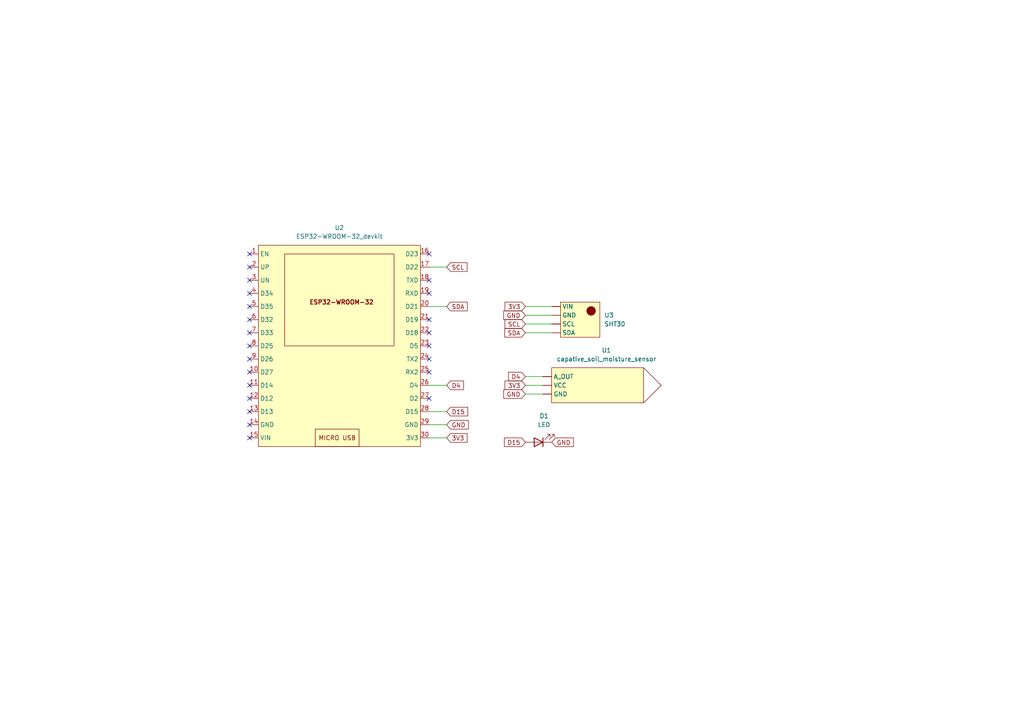
<source format=kicad_sch>
(kicad_sch (version 20211123) (generator eeschema)
  (paper "A4")
  (lib_symbols
    (symbol "Device:LED" (pin_numbers hide) (pin_names (offset 1.016) hide)
      (property "Reference" "D" (at 0 2.54 0))
      (property "Value" "LED" (at 0 -2.54 0))
      (symbol "LED_0_1"
        (polyline (pts (xy -1.27 -1.27) (xy -1.27 1.27)) (stroke (width 0.254)))
        (polyline (pts (xy -1.27 0) (xy 1.27 0)))
        (polyline (pts (xy 1.27 -1.27) (xy 1.27 1.27) (xy -1.27 0) (xy 1.27 -1.27)) (stroke (width 0.254)))
        (polyline (pts (xy -3.048 -0.762) (xy -4.572 -2.286) (xy -3.81 -2.286) (xy -4.572 -2.286) (xy -4.572 -1.524)))
        (polyline (pts (xy -1.778 -0.762) (xy -3.302 -2.286) (xy -2.54 -2.286) (xy -3.302 -2.286) (xy -3.302 -1.524)))
      )
      (symbol "LED_1_1"
        (pin passive line (at -3.81 0 0) (length 2.54) (name "K") (number "1"))
        (pin passive line (at 3.81 0 180) (length 2.54) (name "A") (number "2"))
      )
    )
    (symbol "my_symbol_lib:ESP32-WROOM-32_devkit"
      (property "Reference" "U" (at 0 0 0))
      (property "Value" "ESP32-WROOM-32_devkit" (at 0 -2.54 0))
      (symbol "ESP32-WROOM-32_devkit_0_0"
        (rectangle (start -15.24 125.73) (end 16.51 99.06))
        (text "ESP32-WROOM-32" (at 1.27 111.76 0) (effects (font (size 1.27 1.27) bold)))
        (text "MICRO USB" (at 0 72.39 0) (effects (font (size 1.27 1.27))))
      )
      (symbol "ESP32-WROOM-32_devkit_0_1"
        (rectangle (start -22.86 128.27) (end 24.13 69.85) (fill (type background)))
        (rectangle (start -6.35 74.93) (end 6.35 69.85))
      )
      (symbol "ESP32-WROOM-32_devkit_1_1"
        (pin input line (at -25.4 125.73 0) (length 2.54) (name "EN") (number "1"))
        (pin input line (at -25.4 91.44 0) (length 2.54) (name "D27") (number "10"))
        (pin input line (at -25.4 87.63 0) (length 2.54) (name "D14") (number "11"))
        (pin input line (at -25.4 83.82 0) (length 2.54) (name "D12") (number "12"))
        (pin input line (at -25.4 80.01 0) (length 2.54) (name "D13") (number "13"))
        (pin input line (at -25.4 76.2 0) (length 2.54) (name "GND") (number "14"))
        (pin input line (at -25.4 72.39 0) (length 2.54) (name "VIN") (number "15"))
        (pin input line (at 26.67 125.73 180) (length 2.54) (name "D23") (number "16"))
        (pin input line (at 26.67 121.92 180) (length 2.54) (name "D22") (number "17"))
        (pin input line (at 26.67 118.11 180) (length 2.54) (name "TXD") (number "18"))
        (pin input line (at 26.67 114.3 180) (length 2.54) (name "RXD") (number "19"))
        (pin input line (at -25.4 121.92 0) (length 2.54) (name "UP") (number "2"))
        (pin input line (at 26.67 110.49 180) (length 2.54) (name "D21") (number "20"))
        (pin input line (at 26.67 106.68 180) (length 2.54) (name "D19") (number "21"))
        (pin input line (at 26.67 102.87 180) (length 2.54) (name "D18") (number "22"))
        (pin input line (at 26.67 99.06 180) (length 2.54) (name "D5") (number "23"))
        (pin input line (at 26.67 95.25 180) (length 2.54) (name "TX2") (number "24"))
        (pin input line (at 26.67 91.44 180) (length 2.54) (name "RX2") (number "25"))
        (pin input line (at 26.67 87.63 180) (length 2.54) (name "D4") (number "26"))
        (pin input line (at 26.67 83.82 180) (length 2.54) (name "D2") (number "27"))
        (pin input line (at 26.67 80.01 180) (length 2.54) (name "D15") (number "28"))
        (pin input line (at 26.67 76.2 180) (length 2.54) (name "GND") (number "29"))
        (pin input line (at -25.4 118.11 0) (length 2.54) (name "UN") (number "3"))
        (pin input line (at 26.67 72.39 180) (length 2.54) (name "3V3") (number "30"))
        (pin input line (at -25.4 114.3 0) (length 2.54) (name "D34") (number "4"))
        (pin input line (at -25.4 110.49 0) (length 2.54) (name "D35") (number "5"))
        (pin input line (at -25.4 106.68 0) (length 2.54) (name "D32") (number "6"))
        (pin input line (at -25.4 102.87 0) (length 2.54) (name "D33") (number "7"))
        (pin input line (at -25.4 99.06 0) (length 2.54) (name "D25") (number "8"))
        (pin input line (at -25.4 95.25 0) (length 2.54) (name "D26") (number "9"))
      )
    )
    (symbol "my_symbol_lib:SHT30"
      (property "Reference" "U" (at 0 0 0))
      (property "Value" "SHT30" (at 0 0 0))
      (symbol "SHT30_0_1"
        (rectangle (start -3.81 12.7) (end 7.62 2.54) (fill (type background)))
        (circle (center 5.08 10.16) (radius 1.27) (fill (type outline)))
      )
      (symbol "SHT30_1_1"
        (pin output line (at -6.35 8.89 0) (length 2.54) (name "GND") (number ""))
        (pin output line (at -6.35 6.35 0) (length 2.54) (name "SCL") (number ""))
        (pin output line (at -6.35 3.81 0) (length 2.54) (name "SDA") (number ""))
        (pin output line (at -6.35 11.43 0) (length 2.54) (name "VIN") (number ""))
      )
    )
    (symbol "my_symbol_lib:capative_soil_moisture_sensor"
      (property "Reference" "U" (at 13.97 2.54 0))
      (property "Value" "capative_soil_moisture_sensor" (at 13.97 5.08 0))
      (symbol "capative_soil_moisture_sensor_0_1"
        (polyline (pts (xy 26.67 6.35) (xy 31.75 11.43)) (fill (type background)))
        (polyline (pts (xy 31.75 11.43) (xy 26.67 16.51)) (fill (type background)))
        (rectangle (start 0 16.51) (end 26.67 6.35) (fill (type background)))
      )
      (symbol "capative_soil_moisture_sensor_1_1"
        (pin output line (at -2.54 13.97 0) (length 2.54) (name "A_OUT") (number ""))
        (pin input line (at -2.54 8.89 0) (length 2.54) (name "GND") (number ""))
        (pin input line (at -2.54 11.43 0) (length 2.54) (name "VCC") (number ""))
      )
    )
  )
  (no_connect (at 124.46 115.57))
  (no_connect (at 124.46 107.95))
  (no_connect (at 124.46 104.14))
  (no_connect (at 124.46 100.33))
  (no_connect (at 124.46 96.52))
  (no_connect (at 72.39 127))
  (no_connect (at 72.39 77.47))
  (no_connect (at 72.39 81.28))
  (no_connect (at 72.39 73.66))
  (no_connect (at 72.39 100.33))
  (no_connect (at 72.39 92.71))
  (no_connect (at 72.39 85.09))
  (no_connect (at 72.39 96.52))
  (no_connect (at 72.39 88.9))
  (no_connect (at 72.39 123.19))
  (no_connect (at 72.39 107.95))
  (no_connect (at 72.39 104.14))
  (no_connect (at 72.39 111.76))
  (no_connect (at 72.39 115.57))
  (no_connect (at 72.39 119.38))
  (no_connect (at 124.46 81.28))
  (no_connect (at 124.46 85.09))
  (no_connect (at 124.46 73.66))
  (no_connect (at 124.46 92.71))
  (wire (pts (xy 152.4 88.9) (xy 160.02 88.9)))
  (wire (pts (xy 152.4 114.3) (xy 157.48 114.3)))
  (wire (pts (xy 124.46 77.47) (xy 129.54 77.47)))
  (wire (pts (xy 124.46 123.19) (xy 129.54 123.19)))
  (wire (pts (xy 152.4 96.52) (xy 160.02 96.52)))
  (wire (pts (xy 152.4 91.44) (xy 160.02 91.44)))
  (wire (pts (xy 152.4 111.76) (xy 157.48 111.76)))
  (wire (pts (xy 152.4 109.22) (xy 157.48 109.22)))
  (wire (pts (xy 124.46 127) (xy 129.54 127)))
  (wire (pts (xy 152.4 93.98) (xy 160.02 93.98)))
  (wire (pts (xy 124.46 119.38) (xy 129.54 119.38)))
  (wire (pts (xy 124.46 88.9) (xy 129.54 88.9)))
  (wire (pts (xy 124.46 111.76) (xy 129.54 111.76)))
  (global_label "GND" (shape input) (at 152.4 91.44 180) (property "Intersheet References" "${INTERSHEET_REFS}" (effects hide)))
  (global_label "D4" (shape input) (at 129.54 111.76 0) (property "Intersheet References" "${INTERSHEET_REFS}" (effects hide)))
  (global_label "SCL" (shape input) (at 129.54 77.47 0) (property "Intersheet References" "${INTERSHEET_REFS}" (effects hide)))
  (global_label "D15" (shape input) (at 152.4 128.27 180) (property "Intersheet References" "${INTERSHEET_REFS}" (effects hide)))
  (global_label "3V3" (shape input) (at 129.54 127 0) (property "Intersheet References" "${INTERSHEET_REFS}" (effects hide)))
  (global_label "GND" (shape input) (at 129.54 123.19 0) (property "Intersheet References" "${INTERSHEET_REFS}" (effects hide)))
  (global_label "GND" (shape input) (at 152.4 114.3 180) (property "Intersheet References" "${INTERSHEET_REFS}" (effects hide)))
  (global_label "GND" (shape input) (at 160.02 128.27 0) (property "Intersheet References" "${INTERSHEET_REFS}" (effects hide)))
  (global_label "3V3" (shape input) (at 152.4 111.76 180) (property "Intersheet References" "${INTERSHEET_REFS}" (effects hide)))
  (global_label "SCL" (shape input) (at 152.4 93.98 180) (property "Intersheet References" "${INTERSHEET_REFS}" (effects hide)))
  (global_label "SDA" (shape input) (at 129.54 88.9 0) (property "Intersheet References" "${INTERSHEET_REFS}" (effects hide)))
  (global_label "3V3" (shape input) (at 152.4 88.9 180) (property "Intersheet References" "${INTERSHEET_REFS}" (effects hide)))
  (global_label "D15" (shape input) (at 129.54 119.38 0) (property "Intersheet References" "${INTERSHEET_REFS}" (effects hide)))
  (global_label "SDA" (shape input) (at 152.4 96.52 180) (property "Intersheet References" "${INTERSHEET_REFS}" (effects hide)))
  (global_label "D4" (shape input) (at 152.4 109.22 180) (property "Intersheet References" "${INTERSHEET_REFS}" (effects hide)))
  (symbol (lib_id "my_symbol_lib:capative_soil_moisture_sensor") (at 160.02 123.19 0) (unit 1)
    (property "Reference" "U1" (at 175.895 101.6 0))
    (property "Value" "capative_soil_moisture_sensor" (at 175.895 104.14 0))
  )
  (symbol (lib_id "Device:LED") (at 156.21 128.27 180) (unit 1)
    (property "Reference" "D1" (at 157.7975 120.65 0))
    (property "Value" "LED" (at 157.7975 123.19 0))
  )
  (symbol (lib_id "my_symbol_lib:ESP32-WROOM-32_devkit") (at 97.79 199.39 0) (unit 1)
    (property "Reference" "U2" (at 98.425 66.04 0))
    (property "Value" "ESP32-WROOM-32_devkit" (at 98.425 68.58 0))
    (property "Footprint" "my_Footprints:esp32-wroom-devkit-v2" (effects hide))
  )
  (symbol (lib_id "my_symbol_lib:SHT30") (at 166.37 100.33 0) (unit 1)
    (property "Reference" "U3" (at 175.26 91.4399 0) (effects (justify left)))
    (property "Value" "SHT30" (at 175.26 93.9799 0) (effects (justify left)))
  )
)
</source>
